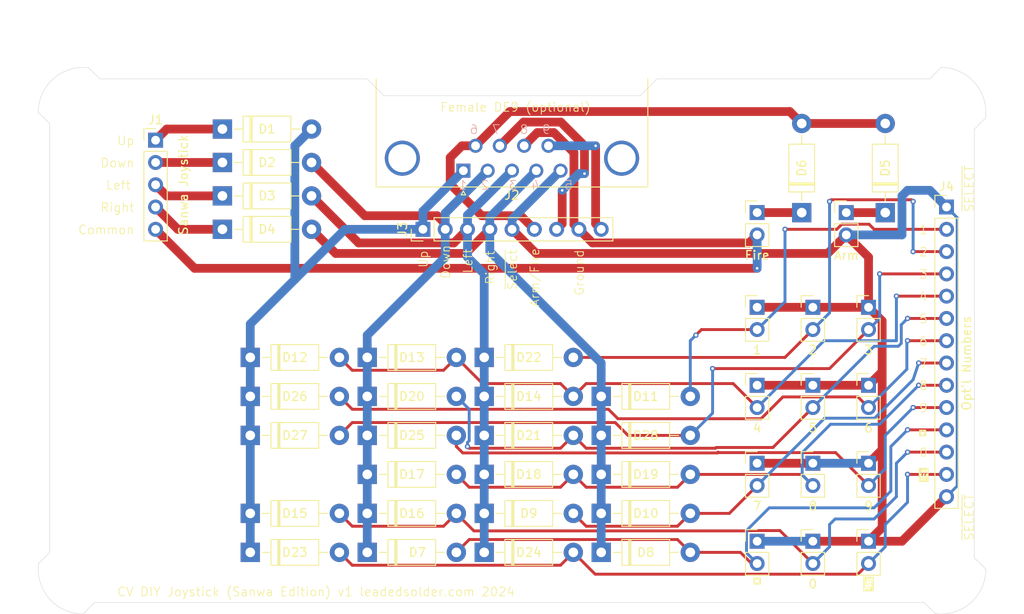
<source format=kicad_pcb>
(kicad_pcb (version 20240108) (generator "pcbnew") (generator_version "8.0")
  (layers (0 "F.Cu" signal) (31 "B.Cu" signal) (34 "B.Paste" user) (35 "F.Paste" user) (36 "B.SilkS" user "B.Silkscreen") (37 "F.SilkS" user "F.Silkscreen") (38 "B.Mask" user) (39 "F.Mask" user) (44 "Edge.Cuts" user))
  (net 0 "")
  (net 1 "Net-(D1-K)")
  (net 2 "/Up")
  (net 3 "Net-(D2-K)")
  (net 4 "/Down")
  (net 5 "/Left")
  (net 6 "Net-(D3-K)")
  (net 7 "Net-(D4-K)")
  (net 8 "/Right")
  (net 9 "Net-(D5-K)")
  (net 10 "/Arm{slash}Fire")
  (net 11 "Net-(D6-K)")
  (net 12 "/KP_STAR")
  (net 13 "/KP_7")
  (net 14 "/KP_1")
  (net 15 "/KP_4")
  (net 16 "/KP_0")
  (net 17 "/KP_8")
  (net 18 "/KP_5")
  (net 19 "/KP_2")
  (net 20 "/KP_OCTOTHORPE")
  (net 21 "/KP_9")
  (net 22 "/KP_6")
  (net 23 "/KP_3")
  (net 24 "/Ground")
  (net 25 "/Quadrature_B")
  (net 26 "/~{Select}")
  (net 27 "/Quadrature_A")
  (footprint "Diode_THT:D_DO-41_SOD81_P10.16mm_Horizontal" (layer "F.Cu") (at 102.87 79.375)
    (property "Reference" "D4")
    (property "Value" "D_Small")
  )
  (footprint "Diode_THT:D_DO-41_SOD81_P10.16mm_Horizontal" (layer "F.Cu") (at 132.715 98.425)
    (property "Reference" "D14")
    (property "Value" "D_45deg")
  )
  (footprint "Diode_THT:D_DO-41_SOD81_P10.16mm_Horizontal" (layer "F.Cu") (at 119.38 116.205)
    (property "Reference" "D7")
    (property "Value" "D_45deg")
  )
  (footprint "Connector_PinHeader_2.54mm:PinHeader_1x05_P2.54mm_Vertical" (layer "F.Cu") (at 95.25 69.215)
    (property "Reference" "J1")
    (property "Value" "Sanwa Joystick")
  )
  (footprint "Connector_PinHeader_2.54mm:PinHeader_1x02_P2.54mm_Vertical" (layer "F.Cu") (at 170.18 97.155)
    (property "Reference" "SW9" (hide yes))
    (property "Value" "5")
  )
  (footprint "Diode_THT:D_DO-41_SOD81_P10.16mm_Horizontal" (layer "F.Cu") (at 132.715 102.87)
    (property "Reference" "D21")
    (property "Value" "D_45deg")
  )
  (footprint "Diode_THT:D_DO-41_SOD81_P10.16mm_Horizontal" (layer "F.Cu") (at 106.045 98.425)
    (property "Reference" "D26")
    (property "Value" "D_45deg")
  )
  (footprint "Diode_THT:D_DO-41_SOD81_P10.16mm_Horizontal" (layer "F.Cu") (at 146.05 98.425)
    (property "Reference" "D11")
    (property "Value" "D_45deg")
  )
  (footprint "Diode_THT:D_DO-41_SOD81_P10.16mm_Horizontal" (layer "F.Cu") (at 119.38 111.76)
    (property "Reference" "D16")
    (property "Value" "D_45deg")
  )
  (footprint "Connector_PinHeader_2.54mm:PinHeader_1x02_P2.54mm_Vertical" (layer "F.Cu") (at 163.83 114.935)
    (property "Reference" "SW3" (hide yes))
    (property "Value" "*")
  )
  (footprint "Connector_PinHeader_2.54mm:PinHeader_1x02_P2.54mm_Vertical" (layer "F.Cu") (at 163.83 77.465)
    (property "Reference" "SW2" (hide yes))
    (property "Value" "Fire")
  )
  (footprint "Diode_THT:D_DO-41_SOD81_P10.16mm_Horizontal" (layer "F.Cu") (at 106.045 93.98)
    (property "Reference" "D12")
    (property "Value" "D_45deg")
  )
  (footprint "Connector_PinHeader_2.54mm:PinHeader_1x02_P2.54mm_Vertical" (layer "F.Cu") (at 163.83 106.045)
    (property "Reference" "SW4" (hide yes))
    (property "Value" "7")
  )
  (footprint "Connector_PinHeader_2.54mm:PinHeader_1x02_P2.54mm_Vertical" (layer "F.Cu") (at 176.53 106.045)
    (property "Reference" "SW12" (hide yes))
    (property "Value" "9")
  )
  (footprint "Diode_THT:D_DO-41_SOD81_P10.16mm_Horizontal" (layer "F.Cu") (at 119.38 102.87)
    (property "Reference" "D25")
    (property "Value" "D_45deg")
  )
  (footprint "Diode_THT:D_DO-41_SOD81_P10.16mm_Horizontal" (layer "F.Cu") (at 132.715 111.76)
    (property "Reference" "D9")
    (property "Value" "D_45deg")
  )
  (footprint "Connector_PinHeader_2.54mm:PinHeader_1x02_P2.54mm_Vertical" (layer "F.Cu") (at 176.53 97.155)
    (property "Reference" "SW13" (hide yes))
    (property "Value" "6")
  )
  (footprint "Diode_THT:D_DO-41_SOD81_P10.16mm_Horizontal" (layer "F.Cu") (at 119.38 107.315)
    (property "Reference" "D17")
    (property "Value" "D_45deg")
  )
  (footprint "Diode_THT:D_DO-41_SOD81_P10.16mm_Horizontal" (layer "F.Cu") (at 106.045 111.76)
    (property "Reference" "D15")
    (property "Value" "D_45deg")
  )
  (footprint "Connector_PinHeader_2.54mm:PinHeader_1x02_P2.54mm_Vertical" (layer "F.Cu") (at 170.18 114.935)
    (property "Reference" "SW7" (hide yes))
    (property "Value" "0")
  )
  (footprint "Diode_THT:D_DO-41_SOD81_P10.16mm_Horizontal" (layer "F.Cu") (at 132.715 116.205)
    (property "Reference" "D24")
    (property "Value" "D_45deg")
  )
  (footprint "MountingHole:MountingHole_3.2mm_M3" (layer "F.Cu") (at 184.785 118.11)
    (property "Reference" "REF**" (hide yes))
    (property "Value" "MountingHole_3.2mm_M3" (hide yes))
  )
  (footprint "Diode_THT:D_DO-41_SOD81_P10.16mm_Horizontal" (layer "F.Cu") (at 119.38 98.425)
    (property "Reference" "D20")
    (property "Value" "D_45deg")
  )
  (footprint "Diode_THT:D_DO-41_SOD81_P10.16mm_Horizontal" (layer "F.Cu") (at 132.715 93.98)
    (property "Reference" "D22")
    (property "Value" "D_45deg")
  )
  (footprint "Connector_Dsub:DSUB-9_Female_Horizontal_P2.77x2.84mm_EdgePinOffset7.70mm_Housed_MountingHolesOffset9.12mm" (layer "F.Cu") (at 130.34 72.69 180)
    (property "Reference" "J2")
    (property "Value" "DE9_Receptacle")
  )
  (footprint "Diode_THT:D_DO-41_SOD81_P10.16mm_Horizontal" (layer "F.Cu") (at 132.715 107.315)
    (property "Reference" "D18")
    (property "Value" "D_45deg")
  )
  (footprint "MountingHole:MountingHole_3.2mm_M3" (layer "F.Cu") (at 86.995 118.11)
    (property "Reference" "REF**" (hide yes))
    (property "Value" "MountingHole_3.2mm_M3")
  )
  (footprint "Connector_PinHeader_2.54mm:PinHeader_1x02_P2.54mm_Vertical" (layer "F.Cu") (at 173.99 77.47)
    (property "Reference" "SW1" (hide yes))
    (property "Value" "Arm")
  )
  (footprint "Connector_PinHeader_2.54mm:PinHeader_1x09_P2.54mm_Vertical" (layer "F.Cu") (at 125.73 79.375 90)
    (property "Reference" "J3")
    (property "Value" "Conn_01x09_Socket")
  )
  (footprint "Diode_THT:D_DO-41_SOD81_P10.16mm_Horizontal" (layer "F.Cu") (at 146.05 102.87)
    (property "Reference" "D28")
    (property "Value" "D_45deg")
  )
  (footprint "Diode_THT:D_DO-41_SOD81_P10.16mm_Horizontal" (layer "F.Cu") (at 146.05 111.76)
    (property "Reference" "D10")
    (property "Value" "D_45deg")
  )
  (footprint "Diode_THT:D_DO-41_SOD81_P10.16mm_Horizontal" (layer "F.Cu") (at 106.045 116.205)
    (property "Reference" "D23")
    (property "Value" "D_45deg")
  )
  (footprint "MountingHole:MountingHole_3.2mm_M3" (layer "F.Cu") (at 86.995 66.04)
    (property "Reference" "REF**" (hide yes))
    (property "Value" "MountingHole_3.2mm_M3")
  )
  (footprint "MountingHole:MountingHole_3.2mm_M3" (layer "F.Cu") (at 184.785 66.04)
    (property "Reference" "REF**" (hide yes))
    (property "Value" "MountingHole_3.2mm_M3")
  )
  (footprint "Connector_PinHeader_2.54mm:PinHeader_1x02_P2.54mm_Vertical" (layer "F.Cu") (at 176.53 114.935)
    (property "Reference" "SW11" (hide yes))
    (property "Value" "#")
  )
  (footprint "Connector_PinHeader_2.54mm:PinHeader_1x02_P2.54mm_Vertical" (layer "F.Cu") (at 170.18 88.265)
    (property "Reference" "SW10" (hide yes))
    (property "Value" "2")
  )
  (footprint "Diode_THT:D_DO-41_SOD81_P10.16mm_Horizontal" (layer "F.Cu") (at 102.87 71.755)
    (property "Reference" "D2")
    (property "Value" "D_Small")
  )
  (footprint "Diode_THT:D_DO-41_SOD81_P10.16mm_Horizontal" (layer "F.Cu") (at 168.91 77.47 90)
    (property "Reference" "D6")
    (property "Value" "D_Small")
  )
  (footprint "Diode_THT:D_DO-41_SOD81_P10.16mm_Horizontal" (layer "F.Cu") (at 119.38 93.98)
    (property "Reference" "D13")
    (property "Value" "D_45deg")
  )
  (footprint "Connector_PinHeader_2.54mm:PinHeader_1x02_P2.54mm_Vertical" (layer "F.Cu") (at 176.53 88.265)
    (property "Reference" "SW14" (hide yes))
    (property "Value" "3")
  )
  (footprint "Diode_THT:D_DO-41_SOD81_P10.16mm_Horizontal" (layer "F.Cu") (at 178.435 77.47 90)
    (property "Reference" "D5")
    (property "Value" "D_Small")
  )
  (footprint "Connector_PinHeader_2.54mm:PinHeader_1x02_P2.54mm_Vertical" (layer "F.Cu") (at 163.83 97.155)
    (property "Reference" "SW6" (hide yes))
    (property "Value" "4")
  )
  (footprint "Connector_PinHeader_2.54mm:PinHeader_1x02_P2.54mm_Vertical" (layer "F.Cu") (at 170.18 106.045)
    (property "Reference" "SW8" (hide yes))
    (property "Value" "8")
  )
  (footprint "Diode_THT:D_DO-41_SOD81_P10.16mm_Horizontal" (layer "F.Cu") (at 106.045 102.87)
    (property "Reference" "D27")
    (property "Value" "D_45deg")
  )
  (footprint "Connector_PinHeader_2.54mm:PinHeader_1x02_P2.54mm_Vertical" (layer "F.Cu") (at 163.83 88.265)
    (property "Reference" "SW5" (hide yes))
    (property "Value" "1")
  )
  (footprint "Connector_PinHeader_2.54mm:PinHeader_1x14_P2.54mm_Vertical" (layer "F.Cu") (at 185.42 76.835)
    (property "Reference" "J4")
    (property "Value" "Opt'l Numbers")
  )
  (footprint "Diode_THT:D_DO-41_SOD81_P10.16mm_Horizontal" (layer "F.Cu") (at 146.05 116.205)
    (property "Reference" "D8")
    (property "Value" "D_45deg")
  )
  (footprint "Diode_THT:D_DO-41_SOD81_P10.16mm_Horizontal" (layer "F.Cu") (at 102.87 67.945)
    (property "Reference" "D1")
    (property "Value" "D_Small")
  )
  (footprint "Diode_THT:D_DO-41_SOD81_P10.16mm_Horizontal" (layer "F.Cu") (at 146.05 107.315)
    (property "Reference" "D19")
    (property "Value" "D_45deg")
  )
  (footprint "Diode_THT:D_DO-41_SOD81_P10.16mm_Horizontal" (layer "F.Cu") (at 102.87 75.565)
    (property "Reference" "D3")
    (property "Value" "D_Small")
  )
  (gr_arc (start 86.995 123.229533) (mid 83.156998 121.49812) (end 81.915001 117.475) (stroke (width 0.05)) (layer "Edge.Cuts"))
  (gr_line (start 83.185 67.309999) (end 83.185 116.205) (stroke (width 0.05)) (layer "Edge.Cuts"))
  (gr_line (start 183.515 62.23) (end 152.4 62.23) (stroke (width 0.05)) (layer "Edge.Cuts"))
  (gr_line (start 121.285 64.135) (end 121.92 64.135) (stroke (width 0.05)) (layer "Edge.Cuts"))
  (gr_arc (start 81.875467 66.039999) (mid 83.60688 62.201997) (end 87.63 60.96) (stroke (width 0.05)) (layer "Edge.Cuts"))
  (gr_line (start 152.4 62.23) (end 150.495 64.135) (stroke (width 0.05)) (layer "Edge.Cuts"))
  (gr_line (start 188.595 116.84) (end 189.904533 118.11) (stroke (width 0.05)) (layer "Edge.Cuts"))
  (gr_line (start 189.864999 66.675) (end 188.595 67.945) (stroke (width 0.05)) (layer "Edge.Cuts"))
  (gr_line (start 87.63 60.96) (end 88.9 62.229999) (stroke (width 0.05)) (layer "Edge.Cuts"))
  (gr_line (start 81.915001 117.475) (end 83.185 116.205) (stroke (width 0.05)) (layer "Edge.Cuts"))
  (gr_line (start 83.185 67.309999) (end 81.875467 66.039999) (stroke (width 0.05)) (layer "Edge.Cuts"))
  (gr_arc (start 184.785 60.920467) (mid 188.623002 62.65188) (end 189.864999 66.675) (stroke (width 0.05)) (layer "Edge.Cuts"))
  (gr_line (start 119.38 62.23) (end 121.285 64.135) (stroke (width 0.05)) (layer "Edge.Cuts"))
  (gr_line (start 184.15 123.189999) (end 182.88 121.92) (stroke (width 0.05)) (layer "Edge.Cuts"))
  (gr_arc (start 189.904533 118.11) (mid 188.17312 121.948002) (end 184.15 123.189999) (stroke (width 0.05)) (layer "Edge.Cuts"))
  (gr_line (start 88.265 121.92) (end 182.88 121.92) (stroke (width 0.05)) (layer "Edge.Cuts"))
  (gr_line (start 188.595 116.84) (end 188.595 67.945) (stroke (width 0.05)) (layer "Edge.Cuts"))
  (gr_line (start 183.515 62.23) (end 184.785 60.920467) (stroke (width 0.05)) (layer "Edge.Cuts"))
  (gr_line (start 121.92 64.135) (end 122.555 64.135) (stroke (width 0.05)) (layer "Edge.Cuts"))
  (gr_line (start 88.265 121.92) (end 86.995 123.229533) (stroke (width 0.05)) (layer "Edge.Cuts"))
  (gr_line (start 88.9 62.229999) (end 119.38 62.23) (stroke (width 0.05)) (layer "Edge.Cuts"))
  (gr_line (start 150.495 64.135) (end 122.555 64.135) (stroke (width 0.05)) (layer "Edge.Cuts"))
  (gr_text "3" (at 136.525 74.93 0) (layer "B.SilkS") (effects (font (size 1 1) (thickness 0.1)) (justify left bottom mirror)))
  (gr_text "4" (at 139.065 74.93 0) (layer "B.SilkS") (effects (font (size 1 1) (thickness 0.1)) (justify left bottom mirror)))
  (gr_text "8" (at 137.795 68.58 0) (layer "B.SilkS") (effects (font (size 1 1) (thickness 0.1)) (justify left bottom mirror)))
  (gr_text "9" (at 140.335 68.58 0) (layer "B.SilkS") (effects (font (size 1 1) (thickness 0.1)) (justify left bottom mirror)))
  (gr_text "2" (at 133.35 74.93 0) (layer "B.SilkS") (effects (font (size 1 1) (thickness 0.1)) (justify left bottom mirror)))
  (gr_text "1" (at 130.81 74.93 0) (layer "B.SilkS") (effects (font (size 1 1) (thickness 0.1)) (justify left bottom mirror)))
  (gr_text "7" (at 134.62 68.58 0) (layer "B.SilkS") (effects (font (size 1 1) (thickness 0.1)) (justify left bottom mirror)))
  (gr_text "5" (at 142.875 74.93 0) (layer "B.SilkS") (effects (font (size 1 1) (thickness 0.1)) (justify left bottom mirror)))
  (gr_text "6" (at 132.08 68.58 0) (layer "B.SilkS") (effects (font (size 1 1) (thickness 0.1)) (justify left bottom mirror)))
  (gr_text "4" (at 182.245 87.63 0) (layer "F.SilkS") (effects (font (size 1 1) (thickness 0.1)) (justify left bottom)))
  (gr_text "0" (at 182.245 105.41 0) (layer "F.SilkS") (effects (font (size 1 1) (thickness 0.1)) (justify left bottom)))
  (gr_text "CV DIY Joystick (Sanwa Edition) v1 leadedsolder.com 2024" (at 90.805 121.285 0) (layer "F.SilkS") (effects (font (size 1 1) (thickness 0.1)) (justify left bottom)))
  (gr_text "Down" (at 88.9 72.39 0) (layer "F.SilkS") (effects (font (size 1 1) (thickness 0.1)) (justify left bottom)))
  (gr_text "*" (at 182.245 103.505 0) (layer "F.SilkS" knockout) (effects (font (size 1 1) (thickness 0.1)) (justify left bottom)))
  (gr_text "Left" (at 131.445 84.455 90) (layer "F.SilkS") (effects (font (size 1 1) (thickness 0.1)) (justify left bottom)))
  (gr_text "8" (at 182.245 97.79 0) (layer "F.SilkS") (effects (font (size 1 1) (thickness 0.1)) (justify left bottom)))
  (gr_text "1" (at 182.245 80.01 0) (layer "F.SilkS") (effects (font (size 1 1) (thickness 0.1)) (justify left bottom)))
  (gr_text "Common" (at 86.36 80.01 0) (layer "F.SilkS") (effects (font (size 1 1) (thickness 0.1)) (justify left bottom)))
  (gr_text "~{SELECT}" (at 188.595 114.935 90) (layer "F.SilkS") (effects (font (size 1 1) (thickness 0.1)) (justify left bottom)))
  (gr_text "Female DE9 (optional)" (at 127.635 66.04 0) (layer "F.SilkS") (effects (font (size 1 1) (thickness 0.1)) (justify left bottom)))
  (gr_text "7" (at 182.245 95.25 0) (layer "F.SilkS") (effects (font (size 1 1) (thickness 0.1)) (justify left bottom)))
  (gr_text "~{Select}" (at 136.525 86.36 90) (layer "F.SilkS") (effects (font (size 1 1) (thickness 0.1)) (justify left bottom)))
  (gr_text "5" (at 182.245 90.17 0) (layer "F.SilkS") (effects (font (size 1 1) (thickness 0.1)) (justify left bottom)))
  (gr_text "6" (at 182.245 92.71 0) (layer "F.SilkS") (effects (font (size 1 1) (thickness 0.1)) (justify left bottom)))
  (gr_text "Up" (at 126.365 83.82 90) (layer "F.SilkS") (effects (font (size 1 1) (thickness 0.1)) (justify left bottom)))
  (gr_text "Ground" (at 144.145 86.995 90) (layer "F.SilkS") (effects (font (size 1 1) (thickness 0.1)) (justify left bottom)))
  (gr_text "9" (at 182.245 100.33 0) (layer "F.SilkS") (effects (font (size 1 1) (thickness 0.1)) (justify left bottom)))
  (gr_text "Arm/Fire" (at 139.065 88.265 90) (layer "F.SilkS") (effects (font (size 1 1) (thickness 0.1)) (justify left bottom)))
  (gr_text "Up" (at 90.805 69.85 0) (layer "F.SilkS") (effects (font (size 1 1) (thickness 0.1)) (justify left bottom)))
  (gr_text "~{SELECT}" (at 188.595 77.47 90) (layer "F.SilkS") (effects (font (size 1 1) (thickness 0.1)) (justify left bottom)))
  (gr_text "Down" (at 128.905 85.09 90) (layer "F.SilkS") (effects (font (size 1 1) (thickness 0.1)) (justify left bottom)))
  (gr_text "Right" (at 133.985 85.725 90) (layer "F.SilkS") (effects (font (size 1 1) (thickness 0.1)) (justify left bottom)))
  (gr_text "Right" (at 88.9 77.47 0) (layer "F.SilkS") (effects (font (size 1 1) (thickness 0.1)) (justify left bottom)))
  (gr_text "2" (at 182.245 82.55 0) (layer "F.SilkS") (effects (font (size 1 1) (thickness 0.1)) (justify left bottom)))
  (gr_text "Left" (at 89.535 74.93 0) (layer "F.SilkS") (effects (font (size 1 1) (thickness 0.1)) (justify left bottom)))
  (gr_text "3" (at 182.245 85.09 0) (layer "F.SilkS") (effects (font (size 1 1) (thickness 0.1)) (justify left bottom)))
  (gr_text "#" (at 182.245 107.95 0) (layer "F.SilkS" knockout) (effects (font (size 1 1) (thickness 0.1)) (justify left bottom)))
  (segment (start 102.87 67.945) (end 96.52 67.945) (width 1) (layer "F.Cu") (net 1))
  (segment (start 96.52 67.945) (end 95.25 69.215) (width 1) (layer "F.Cu") (net 1))
  (segment (start 113.03 67.945) (end 111.125 69.85) (width 1) (layer "B.Cu") (net 2))
  (segment (start 106.045 90.17) (end 111.125 85.09) (width 1) (layer "B.Cu") (net 2))
  (segment (start 111.125 85.09) (end 116.84 79.375) (width 1) (layer "B.Cu") (net 2))
  (segment (start 106.045 93.98) (end 106.045 90.17) (width 1) (layer "B.Cu") (net 2))
  (segment (start 116.84 79.375) (end 125.73 79.375) (width 1) (layer "B.Cu") (net 2))
  (segment (start 106.045 116.205) (end 106.045 93.98) (width 1) (layer "B.Cu") (net 2))
  (segment (start 125.73 77.3) (end 130.34 72.69) (width 1) (layer "B.Cu") (net 2))
  (segment (start 125.73 79.375) (end 125.73 77.3) (width 1) (layer "B.Cu") (net 2))
  (segment (start 111.125 69.85) (end 111.125 85.09) (width 1) (layer "B.Cu") (net 2))
  (segment (start 102.87 71.755) (end 95.25 71.755) (width 1) (layer "F.Cu") (net 3))
  (segment (start 119.1 77.825) (end 127.355 77.825) (width 1) (layer "F.Cu") (net 4))
  (segment (start 113.03 71.755) (end 119.1 77.825) (width 1) (layer "F.Cu") (net 4))
  (segment (start 127.355 77.825) (end 128.27 78.74) (width 1) (layer "F.Cu") (net 4))
  (segment (start 128.27 78.74) (end 128.27 79.375) (width 1) (layer "F.Cu") (net 4))
  (segment (start 119.38 116.205) (end 119.38 91.44) (width 1) (layer "B.Cu") (net 4))
  (segment (start 128.27 82.55) (end 128.27 79.375) (width 1) (layer "B.Cu") (net 4))
  (segment (start 119.38 91.44) (end 128.27 82.55) (width 1) (layer "B.Cu") (net 4))
  (segment (start 128.27 77.53) (end 133.11 72.69) (width 1) (layer "B.Cu") (net 4))
  (segment (start 128.27 79.375) (end 128.27 77.53) (width 1) (layer "B.Cu") (net 4))
  (segment (start 129.26 80.925) (end 118.39 80.925) (width 1) (layer "F.Cu") (net 5))
  (segment (start 130.81 79.375) (end 129.26 80.925) (width 1) (layer "F.Cu") (net 5))
  (segment (start 118.39 80.925) (end 113.03 75.565) (width 1) (layer "F.Cu") (net 5))
  (segment (start 130.81 79.375) (end 130.81 77.76) (width 1) (layer "B.Cu") (net 5))
  (segment (start 130.81 82.55) (end 130.81 79.375) (width 1) (layer "B.Cu") (net 5))
  (segment (start 132.715 116.205) (end 132.715 84.455) (width 1) (layer "B.Cu") (net 5))
  (segment (start 130.81 77.76) (end 135.88 72.69) (width 1) (layer "B.Cu") (net 5))
  (segment (start 132.715 84.455) (end 130.81 82.55) (width 1) (layer "B.Cu") (net 5))
  (segment (start 102.87 75.565) (end 96.52 75.565) (width 1) (layer "F.Cu") (net 6))
  (segment (start 96.52 75.565) (end 95.25 74.295) (width 1) (layer "F.Cu") (net 6))
  (segment (start 97.79 79.375) (end 95.25 76.835) (width 1) (layer "F.Cu") (net 7))
  (segment (start 102.87 79.375) (end 97.79 79.375) (width 1) (layer "F.Cu") (net 7))
  (segment (start 115.78 82.125) (end 130.6 82.125) (width 1) (layer "F.Cu") (net 8))
  (segment (start 113.03 79.375) (end 115.78 82.125) (width 1) (layer "F.Cu") (net 8))
  (segment (start 130.6 82.125) (end 133.35 79.375) (width 1) (layer "F.Cu") (net 8))
  (segment (start 133.35 79.375) (end 133.35 77.99) (width 1) (layer "B.Cu") (net 8))
  (segment (start 133.35 77.99) (end 138.65 72.69) (width 1) (layer "B.Cu") (net 8))
  (segment (start 146.05 94.609415) (end 133.35 81.909415) (width 1) (layer "B.Cu") (net 8))
  (segment (start 133.35 81.909415) (end 133.35 79.375) (width 1) (layer "B.Cu") (net 8))
  (segment (start 146.05 116.205) (end 146.05 94.609415) (width 1) (layer "B.Cu") (net 8))
  (segment (start 173.99 77.47) (end 178.435 77.47) (width 1) (layer "F.Cu") (net 9))
  (segment (start 132.435 77.825) (end 128.84 74.23) (width 1) (layer "F.Cu") (net 10))
  (segment (start 135.625 65.95) (end 131.725 69.85) (width 1) (layer "F.Cu") (net 10))
  (segment (start 136.88 77.825) (end 132.435 77.825) (width 1) (layer "F.Cu") (net 10))
  (segment (start 138.43 79.375) (end 136.88 77.825) (width 1) (layer "F.Cu") (net 10))
  (segment (start 167.55 65.95) (end 135.625 65.95) (width 1) (layer "F.Cu") (net 10))
  (segment (start 128.84 74.23) (end 128.84 71.185) (width 1) (layer "F.Cu") (net 10))
  (segment (start 128.84 71.185) (end 130.175 69.85) (width 1) (layer "F.Cu") (net 10))
  (segment (start 130.175 69.85) (end 131.725 69.85) (width 1) (layer "F.Cu") (net 10))
  (segment (start 168.91 67.31) (end 167.55 65.95) (width 1) (layer "F.Cu") (net 10))
  (segment (start 178.435 67.31) (end 168.91 67.31) (width 1) (layer "F.Cu") (net 10))
  (segment (start 168.905 77.465) (end 168.91 77.47) (width 1) (layer "F.Cu") (net 11))
  (segment (start 163.83 77.465) (end 168.905 77.465) (width 1) (layer "F.Cu") (net 11))
  (segment (start 163.195 117.475) (end 161.925 116.205) (width 0.33) (layer "F.Cu") (net 12))
  (segment (start 163.83 117.475) (end 163.195 117.475) (width 0.33) (layer "F.Cu") (net 12))
  (segment (start 161.925 116.205) (end 156.21 116.205) (width 0.33) (layer "F.Cu") (net 12))
  (segment (start 129.54 116.205) (end 131.005 114.74) (width 0.33) (layer "F.Cu") (net 12))
  (segment (start 180.975 102.235) (end 185.42 102.235) (width 0.33) (layer "F.Cu") (net 12))
  (segment (start 131.005 114.74) (end 154.745 114.74) (width 0.33) (layer "F.Cu") (net 12))
  (segment (start 154.745 114.74) (end 156.21 116.205) (width 0.33) (layer "F.Cu") (net 12))
  (via (at 180.975 102.235) (size 0.6) (drill 0.3) (layers "F.Cu" "B.Cu") (net 12))
  (segment (start 162.615 113.72) (end 165.21 111.125) (width 0.33) (layer "B.Cu") (net 12))
  (segment (start 179.07 104.14) (end 180.975 102.235) (width 0.33) (layer "B.Cu") (net 12))
  (segment (start 162.615 116.26) (end 162.615 113.72) (width 0.33) (layer "B.Cu") (net 12))
  (segment (start 177.165 111.125) (end 179.07 109.22) (width 0.33) (layer "B.Cu") (net 12))
  (segment (start 179.07 109.22) (end 179.07 104.14) (width 0.33) (layer "B.Cu") (net 12))
  (segment (start 165.21 111.125) (end 177.165 111.125) (width 0.33) (layer "B.Cu") (net 12))
  (segment (start 163.83 117.475) (end 162.615 116.26) (width 0.33) (layer "B.Cu") (net 12))
  (segment (start 156.21 111.76) (end 154.745 113.225) (width 0.33) (layer "F.Cu") (net 13))
  (segment (start 156.21 111.76) (end 160.655 111.76) (width 0.33) (layer "F.Cu") (net 13))
  (segment (start 182.245 94.615) (end 185.42 94.615) (width 0.33) (layer "F.Cu") (net 13))
  (segment (start 154.745 113.225) (end 144.34 113.225) (width 0.33) (layer "F.Cu") (net 13))
  (segment (start 144.34 113.225) (end 142.875 111.76) (width 0.33) (layer "F.Cu") (net 13))
  (segment (start 160.655 111.76) (end 163.83 108.585) (width 0.33) (layer "F.Cu") (net 13))
  (via (at 182.245 94.615) (size 0.6) (drill 0.3) (layers "F.Cu" "B.Cu") (net 13))
  (segment (start 182.245 94.615) (end 181.61 96.52) (width 0.33) (layer "B.Cu") (net 13))
  (segment (start 177.22 100.91) (end 171.505 100.91) (width 0.33) (layer "B.Cu") (net 13))
  (segment (start 181.61 96.52) (end 177.22 100.91) (width 0.33) (layer "B.Cu") (net 13))
  (segment (start 171.505 100.91) (end 163.83 108.585) (width 0.33) (layer "B.Cu") (net 13))
  (segment (start 163.83 90.805) (end 157.48 90.805) (width 0.33) (layer "F.Cu") (net 14))
  (segment (start 167.005 79.375) (end 172.90673 79.375) (width 0.33) (layer "F.Cu") (net 14))
  (segment (start 172.90673 79.375) (end 173.48673 78.795) (width 0.33) (layer "F.Cu") (net 14))
  (segment (start 173.48673 78.795) (end 176.585 78.795) (width 0.33) (layer "F.Cu") (net 14))
  (segment (start 177.165 79.375) (end 185.42 79.375) (width 0.33) (layer "F.Cu") (net 14))
  (segment (start 157.48 90.805) (end 156.845 91.44) (width 0.33) (layer "F.Cu") (net 14))
  (segment (start 176.585 78.795) (end 177.165 79.375) (width 0.33) (layer "F.Cu") (net 14))
  (via (at 156.845 91.44) (size 0.6) (drill 0.3) (layers "F.Cu" "B.Cu") (net 14))
  (via (at 167.005 79.375) (size 0.6) (drill 0.3) (layers "F.Cu" "B.Cu") (net 14))
  (segment (start 156.845 91.44) (end 156.21 92.075) (width 0.33) (layer "B.Cu") (net 14))
  (segment (start 167.005 87.63) (end 167.005 79.375) (width 0.33) (layer "B.Cu") (net 14))
  (segment (start 163.83 90.805) (end 167.005 87.63) (width 0.33) (layer "B.Cu") (net 14))
  (segment (start 156.21 92.075) (end 156.21 98.425) (width 0.33) (layer "B.Cu") (net 14))
  (segment (start 129.54 93.98) (end 132.52 96.96) (width 0.33) (layer "F.Cu") (net 15))
  (segment (start 144.34 96.96) (end 142.875 98.425) (width 0.33) (layer "F.Cu") (net 15))
  (segment (start 132.52 96.96) (end 141.41 96.96) (width 0.33) (layer "F.Cu") (net 15))
  (segment (start 163.83 99.695) (end 161.095 96.96) (width 0.33) (layer "F.Cu") (net 15))
  (segment (start 141.41 96.96) (end 142.875 98.425) (width 0.33) (layer "F.Cu") (net 15))
  (segment (start 179.705 86.995) (end 185.42 86.995) (width 0.33) (layer "F.Cu") (net 15))
  (segment (start 161.095 96.96) (end 144.34 96.96) (width 0.33) (layer "F.Cu") (net 15))
  (segment (start 128.075 95.445) (end 129.54 93.98) (width 0.33) (layer "F.Cu") (net 15))
  (segment (start 116.205 93.98) (end 117.67 95.445) (width 0.33) (layer "F.Cu") (net 15))
  (segment (start 117.67 95.445) (end 128.075 95.445) (width 0.33) (layer "F.Cu") (net 15))
  (via (at 179.705 86.995) (size 0.6) (drill 0.3) (layers "F.Cu" "B.Cu") (net 15))
  (segment (start 179.705 92.075) (end 179.705 86.995) (width 0.33) (layer "B.Cu") (net 15))
  (segment (start 171.45 92.075) (end 179.705 92.075) (width 0.33) (layer "B.Cu") (net 15))
  (segment (start 163.83 99.695) (end 171.45 92.075) (width 0.33) (layer "B.Cu") (net 15))
  (segment (start 162.615 113.72) (end 166.425 113.72) (width 0.33) (layer "F.Cu") (net 16))
  (segment (start 128.075 113.225) (end 117.67 113.225) (width 0.33) (layer "F.Cu") (net 16))
  (segment (start 117.67 113.225) (end 116.205 111.76) (width 0.33) (layer "F.Cu") (net 16))
  (segment (start 180.975 104.775) (end 185.42 104.775) (width 0.33) (layer "F.Cu") (net 16))
  (segment (start 131.535 113.755) (end 162.58 113.755) (width 0.33) (layer "F.Cu") (net 16))
  (segment (start 129.54 111.76) (end 128.075 113.225) (width 0.33) (layer "F.Cu") (net 16))
  (segment (start 162.58 113.755) (end 162.615 113.72) (width 0.33) (layer "F.Cu") (net 16))
  (segment (start 129.54 111.76) (end 131.535 113.755) (width 0.33) (layer "F.Cu") (net 16))
  (segment (start 166.425 113.72) (end 170.18 117.475) (width 0.33) (layer "F.Cu") (net 16))
  (via (at 180.975 104.775) (size 0.6) (drill 0.3) (layers "F.Cu" "B.Cu") (net 16))
  (segment (start 179.705 109.855) (end 179.705 106.045) (width 0.33) (layer "B.Cu") (net 16))
  (segment (start 179.705 106.045) (end 180.975 104.775) (width 0.33) (layer "B.Cu") (net 16))
  (segment (start 172.72 112.395) (end 177.165 112.395) (width 0.33) (layer "B.Cu") (net 16))
  (segment (start 170.18 117.475) (end 172.085 115.57) (width 0.33) (layer "B.Cu") (net 16))
  (segment (start 172.085 115.57) (end 172.085 113.03) (width 0.33) (layer "B.Cu") (net 16))
  (segment (start 177.165 112.395) (end 179.705 109.855) (width 0.33) (layer "B.Cu") (net 16))
  (segment (start 172.085 113.03) (end 172.72 112.395) (width 0.33) (layer "B.Cu") (net 16))
  (segment (start 182.245 97.155) (end 185.42 97.155) (width 0.33) (layer "F.Cu") (net 17))
  (segment (start 156.21 107.315) (end 154.745 108.78) (width 0.33) (layer "F.Cu") (net 17))
  (segment (start 141.41 108.78) (end 131.005 108.78) (width 0.33) (layer "F.Cu") (net 17))
  (segment (start 168.91 107.315) (end 170.18 108.585) (width 0.33) (layer "F.Cu") (net 17))
  (segment (start 131.005 108.78) (end 129.54 107.315) (width 0.33) (layer "F.Cu") (net 17))
  (segment (start 144.34 108.78) (end 142.875 107.315) (width 0.33) (layer "F.Cu") (net 17))
  (segment (start 154.745 108.78) (end 144.34 108.78) (width 0.33) (layer "F.Cu") (net 17))
  (segment (start 156.21 107.315) (end 168.91 107.315) (width 0.33) (layer "F.Cu") (net 17))
  (segment (start 142.875 107.315) (end 141.41 108.78) (width 0.33) (layer "F.Cu") (net 17))
  (via (at 182.245 97.155) (size 0.6) (drill 0.3) (layers "F.Cu" "B.Cu") (net 17))
  (segment (start 172.195 101.6) (end 168.965 104.83) (width 0.33) (layer "B.Cu") (net 17))
  (segment (start 177.8 101.6) (end 172.195 101.6) (width 0.33) (layer "B.Cu") (net 17))
  (segment (start 168.965 104.83) (end 168.965 107.37) (width 0.33) (layer "B.Cu") (net 17))
  (segment (start 168.965 107.37) (end 170.18 108.585) (width 0.33) (layer "B.Cu") (net 17))
  (segment (start 182.245 97.155) (end 177.8 101.6) (width 0.33) (layer "B.Cu") (net 17))
  (segment (start 142.875 102.87) (end 141.41 104.335) (width 0.33) (layer "F.Cu") (net 18))
  (segment (start 170.18 99.695) (end 165.63 104.245) (width 0.33) (layer "F.Cu") (net 18))
  (segment (start 159.075466 104.335) (end 144.34 104.335) (width 0.33) (layer "F.Cu") (net 18))
  (segment (start 165.63 104.245) (end 159.165466 104.245) (width 0.33) (layer "F.Cu") (net 18))
  (segment (start 144.34 104.335) (end 142.875 102.87) (width 0.33) (layer "F.Cu") (net 18))
  (segment (start 131.005 104.335) (end 130.81 104.14) (width 0.33) (layer "F.Cu") (net 18))
  (segment (start 159.165466 104.245) (end 159.075466 104.335) (width 0.33) (layer "F.Cu") (net 18))
  (segment (start 180.975 89.535) (end 185.42 89.535) (width 0.33) (layer "F.Cu") (net 18))
  (segment (start 141.41 104.335) (end 131.005 104.335) (width 0.33) (layer "F.Cu") (net 18))
  (via (at 180.975 89.535) (size 0.6) (drill 0.3) (layers "F.Cu" "B.Cu") (net 18))
  (via (at 130.81 104.14) (size 0.6) (drill 0.3) (layers "F.Cu" "B.Cu") (net 18))
  (segment (start 170.18 99.695) (end 177.165 92.71) (width 0.33) (layer "B.Cu") (net 18))
  (segment (start 131.005 103.476823) (end 131.005 99.89) (width 0.33) (layer "B.Cu") (net 18))
  (segment (start 177.165 92.71) (end 179.921163 92.71) (width 0.33) (layer "B.Cu") (net 18))
  (segment (start 130.81 103.671823) (end 131.005 103.476823) (width 0.33) (layer "B.Cu") (net 18))
  (segment (start 130.81 104.14) (end 130.81 103.671823) (width 0.33) (layer "B.Cu") (net 18))
  (segment (start 179.921163 92.71) (end 180.26 92.371163) (width 0.33) (layer "B.Cu") (net 18))
  (segment (start 131.005 99.89) (end 129.54 98.425) (width 0.33) (layer "B.Cu") (net 18))
  (segment (start 180.26 90.25) (end 180.975 89.535) (width 0.33) (layer "B.Cu") (net 18))
  (segment (start 180.26 92.371163) (end 180.26 90.25) (width 0.33) (layer "B.Cu") (net 18))
  (segment (start 167.005 93.98) (end 170.18 90.805) (width 0.33) (layer "F.Cu") (net 19))
  (segment (start 181.61 81.915) (end 185.42 81.915) (width 0.33) (layer "F.Cu") (net 19))
  (segment (start 142.875 93.98) (end 167.005 93.98) (width 0.33) (layer "F.Cu") (net 19))
  (segment (start 172.28 76.005) (end 181.415 76.005) (width 0.33) (layer "F.Cu") (net 19))
  (segment (start 181.415 76.005) (end 181.61 76.2) (width 0.33) (layer "F.Cu") (net 19))
  (segment (start 172.085 76.2) (end 172.28 76.005) (width 0.33) (layer "F.Cu") (net 19))
  (via (at 181.61 76.2) (size 0.6) (drill 0.3) (layers "F.Cu" "B.Cu") (net 19))
  (via (at 181.61 81.915) (size 0.6) (drill 0.3) (layers "F.Cu" "B.Cu") (net 19))
  (via (at 172.085 76.2) (size 0.6) (drill 0.3) (layers "F.Cu" "B.Cu") (net 19))
  (segment (start 172.085 88.9) (end 172.085 76.2) (width 0.33) (layer "B.Cu") (net 19))
  (segment (start 170.18 90.805) (end 172.085 88.9) (width 0.33) (layer "B.Cu") (net 19))
  (segment (start 181.61 76.2) (end 181.61 81.915) (width 0.33) (layer "B.Cu") (net 19))
  (segment (start 117.67 117.67) (end 116.205 116.205) (width 0.33) (layer "F.Cu") (net 20))
  (segment (start 145.36 118.69) (end 142.875 116.205) (width 0.33) (layer "F.Cu") (net 20))
  (segment (start 176.53 117.475) (end 175.315 118.69) (width 0.33) (layer "F.Cu") (net 20))
  (segment (start 141.41 117.67) (end 117.67 117.67) (width 0.33) (layer "F.Cu") (net 20))
  (segment (start 175.315 118.69) (end 145.36 118.69) (width 0.33) (layer "F.Cu") (net 20))
  (segment (start 142.875 116.205) (end 141.41 117.67) (width 0.33) (layer "F.Cu") (net 20))
  (segment (start 180.975 107.315) (end 185.42 107.315) (width 0.33) (layer "F.Cu") (net 20))
  (via (at 180.975 107.315) (size 0.6) (drill 0.3) (layers "F.Cu" "B.Cu") (net 20))
  (segment (start 180.975 110.49) (end 180.975 107.95) (width 0.33) (layer "B.Cu") (net 20))
  (segment (start 176.53 117.475) (end 178.435 115.57) (width 0.33) (layer "B.Cu") (net 20))
  (segment (start 178.435 115.57) (end 178.435 113.03) (width 0.33) (layer "B.Cu") (net 20))
  (segment (start 180.975 107.95) (end 180.975 107.315) (width 0.33) (layer "B.Cu") (net 20))
  (segment (start 178.435 113.03) (end 180.975 110.49) (width 0.33) (layer "B.Cu") (net 20))
  (segment (start 159.44 104.83) (end 172.775 104.83) (width 0.33) (layer "F.Cu") (net 21))
  (segment (start 159.295 104.865) (end 159.385 104.775) (width 0.33) (layer "F.Cu") (net 21))
  (segment (start 129.54 102.87) (end 129.54 104.14) (width 0.33) (layer "F.Cu") (net 21))
  (segment (start 159.385 104.775) (end 159.44 104.83) (width 0.33) (layer "F.Cu") (net 21))
  (segment (start 172.775 104.83) (end 176.53 108.585) (width 0.33) (layer "F.Cu") (net 21))
  (segment (start 129.54 104.14) (end 130.265 104.865) (width 0.33) (layer "F.Cu") (net 21))
  (segment (start 130.265 104.865) (end 159.295 104.865) (width 0.33) (layer "F.Cu") (net 21))
  (segment (start 181.61 99.695) (end 185.42 99.695) (width 0.33) (layer "F.Cu") (net 21))
  (via (at 181.61 99.695) (size 0.6) (drill 0.3) (layers "F.Cu" "B.Cu") (net 21))
  (segment (start 176.53 108.585) (end 178.435 106.68) (width 0.33) (layer "B.Cu") (net 21))
  (segment (start 178.435 106.68) (end 178.435 102.87) (width 0.33) (layer "B.Cu") (net 21))
  (segment (start 178.435 102.87) (end 181.61 99.695) (width 0.33) (layer "B.Cu") (net 21))
  (segment (start 166.76327 98.48) (end 164.27827 100.965) (width 0.33) (layer "F.Cu") (net 22))
  (segment (start 175.315 98.48) (end 166.76327 98.48) (width 0.33) (layer "F.Cu") (net 22))
  (segment (start 146.880001 99.89) (end 117.67 99.89) (width 0.33) (layer "F.Cu") (net 22))
  (segment (start 176.53 99.695) (end 175.315 98.48) (width 0.33) (layer "F.Cu") (net 22))
  (segment (start 147.955001 100.965) (end 146.880001 99.89) (width 0.33) (layer "F.Cu") (net 22))
  (segment (start 180.975 92.075) (end 185.42 92.075) (width 0.33) (layer "F.Cu") (net 22))
  (segment (start 164.27827 100.965) (end 147.955001 100.965) (width 0.33) (layer "F.Cu") (net 22))
  (segment (start 117.67 99.89) (end 116.205 98.425) (width 0.33) (layer "F.Cu") (net 22))
  (via (at 180.975 92.075) (size 0.6) (drill 0.3) (layers "F.Cu" "B.Cu") (net 22))
  (segment (start 180.895 92.155) (end 180.975 92.075) (width 0.33) (layer "B.Cu") (net 22))
  (segment (start 176.53 99.695) (end 180.895 95.33) (width 0.33) (layer "B.Cu") (net 22))
  (segment (start 180.895 95.33) (end 180.895 92.155) (width 0.33) (layer "B.Cu") (net 22))
  (segment (start 172.085 95.25) (end 158.75 95.25) (width 0.33) (layer "F.Cu") (net 23))
  (segment (start 117.67 101.405) (end 147.645468 101.405) (width 0.33) (layer "F.Cu") (net 23))
  (segment (start 176.53 90.805) (end 172.085 95.25) (width 0.33) (layer "F.Cu") (net 23))
  (segment (start 149.110468 102.87) (end 156.21 102.87) (width 0.33) (layer "F.Cu") (net 23))
  (segment (start 147.645468 101.405) (end 149.110468 102.87) (width 0.33) (layer "F.Cu") (net 23))
  (segment (start 177.8 84.455) (end 185.42 84.455) (width 0.33) (layer "F.Cu") (net 23))
  (segment (start 116.205 102.87) (end 117.67 101.405) (width 0.33) (layer "F.Cu") (net 23))
  (via (at 158.75 95.25) (size 0.6) (drill 0.3) (layers "F.Cu" "B.Cu") (net 23))
  (via (at 177.8 84.455) (size 0.6) (drill 0.3) (layers "F.Cu" "B.Cu") (net 23))
  (segment (start 176.53 90.805) (end 177.8 89.535) (width 0.33) (layer "B.Cu") (net 23))
  (segment (start 177.8 89.535) (end 177.8 84.455) (width 0.33) (layer "B.Cu") (net 23))
  (segment (start 158.75 95.25) (end 158.75 100.33) (width 0.33) (layer "B.Cu") (net 23))
  (segment (start 158.75 100.33) (end 156.21 102.87) (width 0.33) (layer "B.Cu") (net 23))
  (segment (start 143.51 79.375) (end 145.06 80.925) (width 1) (layer "F.Cu") (net 24))
  (segment (start 138.765 68.35) (end 137.265 69.85) (width 1) (layer "F.Cu") (net 24))
  (segment (start 162.91 80.925) (end 163.83 80.005) (width 1) (layer "F.Cu") (net 24))
  (segment (start 142.945 78.81) (end 142.945 70.638679) (width 1) (layer "F.Cu") (net 24))
  (segment (start 140.656321 68.35) (end 138.765 68.35) (width 1) (layer "F.Cu") (net 24))
  (segment (start 142.945 70.638679) (end 140.656321 68.35) (width 1) (layer "F.Cu") (net 24))
  (segment (start 143.51 79.375) (end 142.945 78.81) (width 1) (layer "F.Cu") (net 24))
  (segment (start 145.06 80.925) (end 162.91 80.925) (width 1) (layer "F.Cu") (net 24))
  (segment (start 99.695 83.82) (end 163.83 83.82) (width 1) (layer "F.Cu") (net 24))
  (segment (start 95.25 79.375) (end 99.695 83.82) (width 1) (layer "F.Cu") (net 24))
  (via (at 163.83 83.82) (size 0.6) (drill 0.3) (layers "F.Cu" "B.Cu") (net 24))
  (segment (start 163.83 83.82) (end 163.83 80.005) (width 1) (layer "B.Cu") (net 24))
  (segment (start 146.05 79.375) (end 145.415 78.74) (width 1) (layer "F.Cu") (net 25))
  (segment (start 145.415 78.74) (end 145.415 69.85) (width 1) (layer "F.Cu") (net 25))
  (via (at 145.415 69.85) (size 0.6) (drill 0.3) (layers "F.Cu" "B.Cu") (net 25))
  (segment (start 145.415 69.85) (end 140.035 69.85) (width 1) (layer "B.Cu") (net 25))
  (segment (start 138.64 82.125) (end 171.875 82.125) (width 1) (layer "F.Cu") (net 26))
  (segment (start 163.83 88.265) (end 176.53 88.265) (width 1) (layer "F.Cu") (net 26))
  (segment (start 163.83 97.155) (end 176.53 97.155) (width 1) (layer "F.Cu") (net 26))
  (segment (start 176.53 88.265) (end 176.53 82.55) (width 1) (layer "F.Cu") (net 26))
  (segment (start 178.08 89.815) (end 176.53 88.265) (width 1) (layer "F.Cu") (net 26))
  (segment (start 135.89 79.375) (end 138.64 82.125) (width 1) (layer "F.Cu") (net 26))
  (segment (start 178.08 95.53) (end 178.08 89.815) (width 1) (layer "F.Cu") (net 26))
  (segment (start 178.08 113.385) (end 178.08 104.495) (width 1) (layer "F.Cu") (net 26))
  (segment (start 178.08 104.495) (end 178.08 95.53) (width 1) (layer "F.Cu") (net 26))
  (segment (start 176.53 97.155) (end 178.08 95.605) (width 1) (layer "F.Cu") (net 26))
  (segment (start 178.08 95.605) (end 178.08 95.53) (width 1) (layer "F.Cu") (net 26))
  (segment (start 163.83 106.045) (end 170.18 106.045) (width 1) (layer "F.Cu") (net 26))
  (segment (start 171.875 82.125) (end 173.99 80.01) (width 1) (layer "F.Cu") (net 26))
  (segment (start 170.18 114.935) (end 176.53 114.935) (width 1) (layer "F.Cu") (net 26))
  (segment (start 176.53 114.935) (end 180.34 114.935) (width 1) (layer "F.Cu") (net 26))
  (segment (start 176.53 114.935) (end 178.08 113.385) (width 1) (layer "F.Cu") (net 26))
  (segment (start 176.53 82.55) (end 173.99 80.01) (width 1) (layer "F.Cu") (net 26))
  (segment (start 176.53 106.045) (end 178.08 104.495) (width 1) (layer "F.Cu") (net 26))
  (segment (start 180.34 114.935) (end 185.42 109.855) (width 1) (layer "F.Cu") (net 26))
  (segment (start 163.83 114.935) (end 170.18 114.935) (width 1) (layer "B.Cu") (net 26))
  (segment (start 173.99 80.01) (end 180.34 80.01) (width 1) (layer "B.Cu") (net 26))
  (segment (start 170.18 106.045) (end 176.53 106.045) (width 1) (layer "B.Cu") (net 26))
  (segment (start 135.89 78.22) (end 141.42 72.69) (width 1) (layer "B.Cu") (net 26))
  (segment (start 180.34 75.565) (end 180.975 74.93) (width 1) (layer "B.Cu") (net 26))
  (segment (start 186.635 108.64) (end 185.42 109.855) (width 0.33) (layer "B.Cu") (net 26))
  (segment (start 183.515 74.93) (end 185.42 76.835) (width 1) (layer "B.Cu") (net 26))
  (segment (start 180.975 74.93) (end 183.515 74.93) (width 1) (layer "B.Cu") (net 26))
  (segment (start 186.635 78.05) (end 186.635 108.64) (width 0.33) (layer "B.Cu") (net 26))
  (segment (start 180.34 80.01) (end 180.34 75.565) (width 1) (layer "B.Cu") (net 26))
  (segment (start 185.42 76.835) (end 186.635 78.05) (width 0.33) (layer "B.Cu") (net 26))
  (segment (start 135.89 79.375) (end 135.89 78.22) (width 1) (layer "B.Cu") (net 26))
  (segment (start 134.495 69.85) (end 137.195 67.15) (width 1) (layer "F.Cu") (net 27))
  (segment (start 141.605 78.74) (end 140.97 79.375) (width 1) (layer "F.Cu") (net 27))
  (segment (start 141.605 74.93) (end 141.605 78.74) (width 1) (layer "F.Cu") (net 27))
  (segment (start 144.145 69.85) (end 144.145 73.025) (width 1) (layer "F.Cu") (net 27))
  (segment (start 141.445 67.15) (end 144.145 69.85) (width 1) (layer "F.Cu") (net 27))
  (segment (start 137.195 67.15) (end 141.445 67.15) (width 1) (layer "F.Cu") (net 27))
  (via (at 141.605 74.93) (size 0.6) (drill 0.3) (layers "F.Cu" "B.Cu") (net 27))
  (via (at 144.145 73.025) (size 0.6) (drill 0.3) (layers "F.Cu" "B.Cu") (net 27))
  (segment (start 143.51 73.025) (end 141.605 74.93) (width 1) (layer "B.Cu") (net 27))
  (segment (start 144.145 73.025) (end 143.51 73.025) (width 1) (layer "B.Cu") (net 27))
)
</source>
